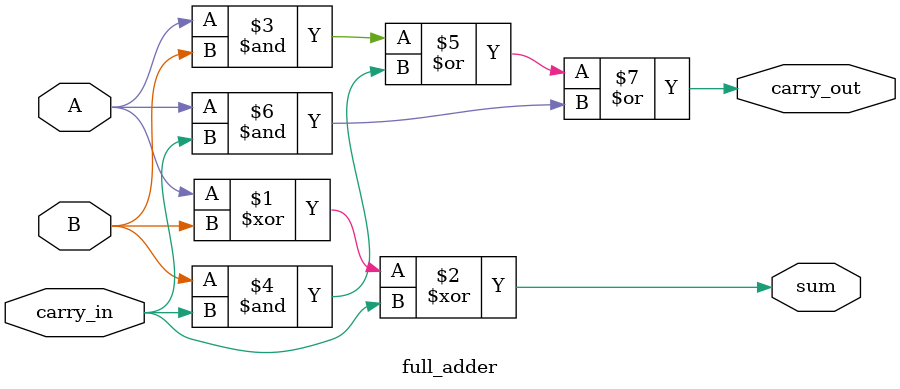
<source format=v>

module half_full_adder (
  input A,
  input B,
  input carry_in,
  output sum,
  output carry_out
);

  // Instantiate Half Adder
  wire sum_int;
  wire carry_int;
  half_adder HA (
    .A(A),
    .B(B),
    .sum(sum_int),
    .carry(carry_int)
  );

  // Instantiate Full Adder
  assign sum = sum_int ^ carry_in;
  assign carry_out = carry_int | (sum_int & carry_in);

endmodule
module half_adder (
  input A,
  input B,
  output sum,
  output carry
);

  assign sum = A ^ B;
  assign carry = A & B;

endmodule
module full_adder (
  input A,
  input B,
  input carry_in,
  output sum,
  output carry_out
);

  assign sum = A ^ B ^ carry_in;
  assign carry_out = (A & B) | (B & carry_in) | (A & carry_in);

endmodule
</source>
